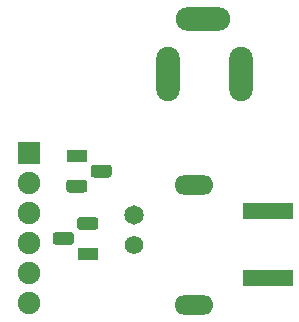
<source format=gbs>
G04 #@! TF.GenerationSoftware,KiCad,Pcbnew,(5.1.10)-1*
G04 #@! TF.CreationDate,2021-09-19T13:10:19-04:00*
G04 #@! TF.ProjectId,CP-OSC,43502d4f-5343-42e6-9b69-6361645f7063,1*
G04 #@! TF.SameCoordinates,PX8c7ecc0PY46649b0*
G04 #@! TF.FileFunction,Soldermask,Bot*
G04 #@! TF.FilePolarity,Negative*
%FSLAX46Y46*%
G04 Gerber Fmt 4.6, Leading zero omitted, Abs format (unit mm)*
G04 Created by KiCad (PCBNEW (5.1.10)-1) date 2021-09-19 13:10:19*
%MOMM*%
%LPD*%
G01*
G04 APERTURE LIST*
%ADD10O,3.302000X1.651000*%
%ADD11C,1.651000*%
%ADD12C,1.574800*%
%ADD13O,2.000000X4.600000*%
%ADD14O,4.600000X2.000000*%
%ADD15R,1.800000X1.100000*%
%ADD16O,1.903200X1.903200*%
%ADD17R,4.200000X1.350000*%
G04 APERTURE END LIST*
D10*
X-43160000Y-10020000D03*
X-43160000Y140000D03*
D11*
X-48240000Y-2400000D03*
D12*
X-48240000Y-4940000D03*
D13*
X-39223000Y9538000D03*
X-45323000Y9538000D03*
D14*
X-42423000Y14138000D03*
G36*
G01*
X-51640000Y1833000D02*
X-50390000Y1833000D01*
G75*
G02*
X-50115000Y1558000I0J-275000D01*
G01*
X-50115000Y1008000D01*
G75*
G02*
X-50390000Y733000I-275000J0D01*
G01*
X-51640000Y733000D01*
G75*
G02*
X-51915000Y1008000I0J275000D01*
G01*
X-51915000Y1558000D01*
G75*
G02*
X-51640000Y1833000I275000J0D01*
G01*
G37*
G36*
G01*
X-53710000Y563000D02*
X-52460000Y563000D01*
G75*
G02*
X-52185000Y288000I0J-275000D01*
G01*
X-52185000Y-262000D01*
G75*
G02*
X-52460000Y-537000I-275000J0D01*
G01*
X-53710000Y-537000D01*
G75*
G02*
X-53985000Y-262000I0J275000D01*
G01*
X-53985000Y288000D01*
G75*
G02*
X-53710000Y563000I275000J0D01*
G01*
G37*
D15*
X-53085000Y2553000D03*
X-52158000Y-5702000D03*
G36*
G01*
X-51533000Y-3712000D02*
X-52783000Y-3712000D01*
G75*
G02*
X-53058000Y-3437000I0J275000D01*
G01*
X-53058000Y-2887000D01*
G75*
G02*
X-52783000Y-2612000I275000J0D01*
G01*
X-51533000Y-2612000D01*
G75*
G02*
X-51258000Y-2887000I0J-275000D01*
G01*
X-51258000Y-3437000D01*
G75*
G02*
X-51533000Y-3712000I-275000J0D01*
G01*
G37*
G36*
G01*
X-53603000Y-4982000D02*
X-54853000Y-4982000D01*
G75*
G02*
X-55128000Y-4707000I0J275000D01*
G01*
X-55128000Y-4157000D01*
G75*
G02*
X-54853000Y-3882000I275000J0D01*
G01*
X-53603000Y-3882000D01*
G75*
G02*
X-53328000Y-4157000I0J-275000D01*
G01*
X-53328000Y-4707000D01*
G75*
G02*
X-53603000Y-4982000I-275000J0D01*
G01*
G37*
G36*
G01*
X-58081600Y1957000D02*
X-58081600Y3657000D01*
G75*
G02*
X-57980000Y3758600I101600J0D01*
G01*
X-56280000Y3758600D01*
G75*
G02*
X-56178400Y3657000I0J-101600D01*
G01*
X-56178400Y1957000D01*
G75*
G02*
X-56280000Y1855400I-101600J0D01*
G01*
X-57980000Y1855400D01*
G75*
G02*
X-58081600Y1957000I0J101600D01*
G01*
G37*
D16*
X-57130000Y267000D03*
X-57130000Y-2273000D03*
X-57130000Y-4813000D03*
X-57130000Y-7353000D03*
X-57130000Y-9893000D03*
D17*
X-36937000Y-7765000D03*
X-36937000Y-2115000D03*
M02*

</source>
